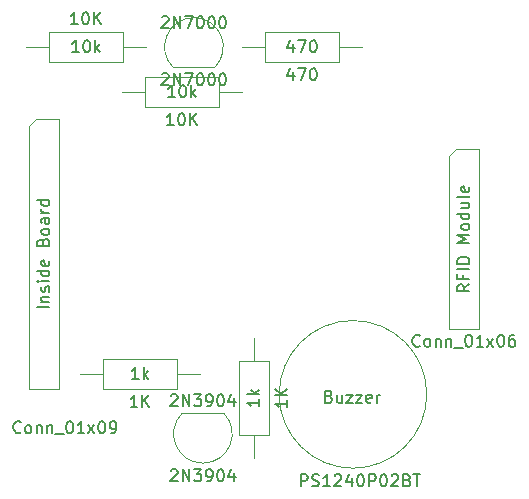
<source format=gbr>
G04 #@! TF.GenerationSoftware,KiCad,Pcbnew,5.1.6-c6e7f7d~87~ubuntu20.04.1*
G04 #@! TF.CreationDate,2020-07-24T16:02:03-06:00*
G04 #@! TF.ProjectId,heimdall_outsideboard,6865696d-6461-46c6-9c5f-6f7574736964,0.3*
G04 #@! TF.SameCoordinates,Original*
G04 #@! TF.FileFunction,Other,Fab,Top*
%FSLAX46Y46*%
G04 Gerber Fmt 4.6, Leading zero omitted, Abs format (unit mm)*
G04 Created by KiCad (PCBNEW 5.1.6-c6e7f7d~87~ubuntu20.04.1) date 2020-07-24 16:02:03*
%MOMM*%
%LPD*%
G01*
G04 APERTURE LIST*
%ADD10C,0.100000*%
%ADD11C,0.150000*%
G04 APERTURE END LIST*
D10*
G04 #@! TO.C,Inside Board*
X52832000Y-86233000D02*
X53467000Y-85598000D01*
X52832000Y-108458000D02*
X52832000Y-86233000D01*
X55372000Y-108458000D02*
X52832000Y-108458000D01*
X55372000Y-85598000D02*
X55372000Y-108458000D01*
X53467000Y-85598000D02*
X55372000Y-85598000D01*
G04 #@! TO.C,Buzzer*
X86514000Y-108926000D02*
G75*
G03*
X86514000Y-108926000I-6250000J0D01*
G01*
G04 #@! TO.C,RFID Module*
X88392000Y-88773000D02*
X89027000Y-88138000D01*
X88392000Y-103378000D02*
X88392000Y-88773000D01*
X90932000Y-103378000D02*
X88392000Y-103378000D01*
X90932000Y-88138000D02*
X90932000Y-103378000D01*
X89027000Y-88138000D02*
X90932000Y-88138000D01*
G04 #@! TO.C,2N3904*
X69334000Y-110518000D02*
X65834000Y-110518000D01*
X69317625Y-110514375D02*
G75*
G02*
X67564000Y-114748000I-1753625J-1753625D01*
G01*
X65810375Y-110514375D02*
G75*
G03*
X67564000Y-114748000I1753625J-1753625D01*
G01*
G04 #@! TO.C,2N7000*
X65032000Y-81252000D02*
X68532000Y-81252000D01*
X68555625Y-81255625D02*
G75*
G03*
X66802000Y-77022000I-1753625J1753625D01*
G01*
X65048375Y-81255625D02*
G75*
G02*
X66802000Y-77022000I1753625J1753625D01*
G01*
G04 #@! TO.C,10k*
X60808000Y-80752000D02*
X60808000Y-78252000D01*
X60808000Y-78252000D02*
X54508000Y-78252000D01*
X54508000Y-78252000D02*
X54508000Y-80752000D01*
X54508000Y-80752000D02*
X60808000Y-80752000D01*
X62738000Y-79502000D02*
X60808000Y-79502000D01*
X52578000Y-79502000D02*
X54508000Y-79502000D01*
G04 #@! TO.C,1k*
X67310000Y-107188000D02*
X65380000Y-107188000D01*
X57150000Y-107188000D02*
X59080000Y-107188000D01*
X65380000Y-105938000D02*
X59080000Y-105938000D01*
X65380000Y-108438000D02*
X65380000Y-105938000D01*
X59080000Y-108438000D02*
X65380000Y-108438000D01*
X59080000Y-105938000D02*
X59080000Y-108438000D01*
X71882000Y-104140000D02*
X71882000Y-106070000D01*
X71882000Y-114300000D02*
X71882000Y-112370000D01*
X70632000Y-106070000D02*
X70632000Y-112370000D01*
X73132000Y-106070000D02*
X70632000Y-106070000D01*
X73132000Y-112370000D02*
X73132000Y-106070000D01*
X70632000Y-112370000D02*
X73132000Y-112370000D01*
G04 #@! TO.C,10k*
X62636000Y-82062000D02*
X62636000Y-84562000D01*
X62636000Y-84562000D02*
X68936000Y-84562000D01*
X68936000Y-84562000D02*
X68936000Y-82062000D01*
X68936000Y-82062000D02*
X62636000Y-82062000D01*
X60706000Y-83312000D02*
X62636000Y-83312000D01*
X70866000Y-83312000D02*
X68936000Y-83312000D01*
G04 #@! TO.C,470*
X81026000Y-79502000D02*
X79096000Y-79502000D01*
X70866000Y-79502000D02*
X72796000Y-79502000D01*
X79096000Y-78252000D02*
X72796000Y-78252000D01*
X79096000Y-80752000D02*
X79096000Y-78252000D01*
X72796000Y-80752000D02*
X79096000Y-80752000D01*
X72796000Y-78252000D02*
X72796000Y-80752000D01*
G04 #@! TD*
G04 #@! TO.C,Inside Board*
D11*
X52141904Y-112117142D02*
X52094285Y-112164761D01*
X51951428Y-112212380D01*
X51856190Y-112212380D01*
X51713333Y-112164761D01*
X51618095Y-112069523D01*
X51570476Y-111974285D01*
X51522857Y-111783809D01*
X51522857Y-111640952D01*
X51570476Y-111450476D01*
X51618095Y-111355238D01*
X51713333Y-111260000D01*
X51856190Y-111212380D01*
X51951428Y-111212380D01*
X52094285Y-111260000D01*
X52141904Y-111307619D01*
X52713333Y-112212380D02*
X52618095Y-112164761D01*
X52570476Y-112117142D01*
X52522857Y-112021904D01*
X52522857Y-111736190D01*
X52570476Y-111640952D01*
X52618095Y-111593333D01*
X52713333Y-111545714D01*
X52856190Y-111545714D01*
X52951428Y-111593333D01*
X52999047Y-111640952D01*
X53046666Y-111736190D01*
X53046666Y-112021904D01*
X52999047Y-112117142D01*
X52951428Y-112164761D01*
X52856190Y-112212380D01*
X52713333Y-112212380D01*
X53475238Y-111545714D02*
X53475238Y-112212380D01*
X53475238Y-111640952D02*
X53522857Y-111593333D01*
X53618095Y-111545714D01*
X53760952Y-111545714D01*
X53856190Y-111593333D01*
X53903809Y-111688571D01*
X53903809Y-112212380D01*
X54380000Y-111545714D02*
X54380000Y-112212380D01*
X54380000Y-111640952D02*
X54427619Y-111593333D01*
X54522857Y-111545714D01*
X54665714Y-111545714D01*
X54760952Y-111593333D01*
X54808571Y-111688571D01*
X54808571Y-112212380D01*
X55046666Y-112307619D02*
X55808571Y-112307619D01*
X56237142Y-111212380D02*
X56332380Y-111212380D01*
X56427619Y-111260000D01*
X56475238Y-111307619D01*
X56522857Y-111402857D01*
X56570476Y-111593333D01*
X56570476Y-111831428D01*
X56522857Y-112021904D01*
X56475238Y-112117142D01*
X56427619Y-112164761D01*
X56332380Y-112212380D01*
X56237142Y-112212380D01*
X56141904Y-112164761D01*
X56094285Y-112117142D01*
X56046666Y-112021904D01*
X55999047Y-111831428D01*
X55999047Y-111593333D01*
X56046666Y-111402857D01*
X56094285Y-111307619D01*
X56141904Y-111260000D01*
X56237142Y-111212380D01*
X57522857Y-112212380D02*
X56951428Y-112212380D01*
X57237142Y-112212380D02*
X57237142Y-111212380D01*
X57141904Y-111355238D01*
X57046666Y-111450476D01*
X56951428Y-111498095D01*
X57856190Y-112212380D02*
X58380000Y-111545714D01*
X57856190Y-111545714D02*
X58380000Y-112212380D01*
X58951428Y-111212380D02*
X59046666Y-111212380D01*
X59141904Y-111260000D01*
X59189523Y-111307619D01*
X59237142Y-111402857D01*
X59284761Y-111593333D01*
X59284761Y-111831428D01*
X59237142Y-112021904D01*
X59189523Y-112117142D01*
X59141904Y-112164761D01*
X59046666Y-112212380D01*
X58951428Y-112212380D01*
X58856190Y-112164761D01*
X58808571Y-112117142D01*
X58760952Y-112021904D01*
X58713333Y-111831428D01*
X58713333Y-111593333D01*
X58760952Y-111402857D01*
X58808571Y-111307619D01*
X58856190Y-111260000D01*
X58951428Y-111212380D01*
X59760952Y-112212380D02*
X59951428Y-112212380D01*
X60046666Y-112164761D01*
X60094285Y-112117142D01*
X60189523Y-111974285D01*
X60237142Y-111783809D01*
X60237142Y-111402857D01*
X60189523Y-111307619D01*
X60141904Y-111260000D01*
X60046666Y-111212380D01*
X59856190Y-111212380D01*
X59760952Y-111260000D01*
X59713333Y-111307619D01*
X59665714Y-111402857D01*
X59665714Y-111640952D01*
X59713333Y-111736190D01*
X59760952Y-111783809D01*
X59856190Y-111831428D01*
X60046666Y-111831428D01*
X60141904Y-111783809D01*
X60189523Y-111736190D01*
X60237142Y-111640952D01*
X54554380Y-101551809D02*
X53554380Y-101551809D01*
X53887714Y-101075619D02*
X54554380Y-101075619D01*
X53982952Y-101075619D02*
X53935333Y-101028000D01*
X53887714Y-100932761D01*
X53887714Y-100789904D01*
X53935333Y-100694666D01*
X54030571Y-100647047D01*
X54554380Y-100647047D01*
X54506761Y-100218476D02*
X54554380Y-100123238D01*
X54554380Y-99932761D01*
X54506761Y-99837523D01*
X54411523Y-99789904D01*
X54363904Y-99789904D01*
X54268666Y-99837523D01*
X54221047Y-99932761D01*
X54221047Y-100075619D01*
X54173428Y-100170857D01*
X54078190Y-100218476D01*
X54030571Y-100218476D01*
X53935333Y-100170857D01*
X53887714Y-100075619D01*
X53887714Y-99932761D01*
X53935333Y-99837523D01*
X54554380Y-99361333D02*
X53887714Y-99361333D01*
X53554380Y-99361333D02*
X53602000Y-99408952D01*
X53649619Y-99361333D01*
X53602000Y-99313714D01*
X53554380Y-99361333D01*
X53649619Y-99361333D01*
X54554380Y-98456571D02*
X53554380Y-98456571D01*
X54506761Y-98456571D02*
X54554380Y-98551809D01*
X54554380Y-98742285D01*
X54506761Y-98837523D01*
X54459142Y-98885142D01*
X54363904Y-98932761D01*
X54078190Y-98932761D01*
X53982952Y-98885142D01*
X53935333Y-98837523D01*
X53887714Y-98742285D01*
X53887714Y-98551809D01*
X53935333Y-98456571D01*
X54506761Y-97599428D02*
X54554380Y-97694666D01*
X54554380Y-97885142D01*
X54506761Y-97980380D01*
X54411523Y-98028000D01*
X54030571Y-98028000D01*
X53935333Y-97980380D01*
X53887714Y-97885142D01*
X53887714Y-97694666D01*
X53935333Y-97599428D01*
X54030571Y-97551809D01*
X54125809Y-97551809D01*
X54221047Y-98028000D01*
X54030571Y-96028000D02*
X54078190Y-95885142D01*
X54125809Y-95837523D01*
X54221047Y-95789904D01*
X54363904Y-95789904D01*
X54459142Y-95837523D01*
X54506761Y-95885142D01*
X54554380Y-95980380D01*
X54554380Y-96361333D01*
X53554380Y-96361333D01*
X53554380Y-96028000D01*
X53602000Y-95932761D01*
X53649619Y-95885142D01*
X53744857Y-95837523D01*
X53840095Y-95837523D01*
X53935333Y-95885142D01*
X53982952Y-95932761D01*
X54030571Y-96028000D01*
X54030571Y-96361333D01*
X54554380Y-95218476D02*
X54506761Y-95313714D01*
X54459142Y-95361333D01*
X54363904Y-95408952D01*
X54078190Y-95408952D01*
X53982952Y-95361333D01*
X53935333Y-95313714D01*
X53887714Y-95218476D01*
X53887714Y-95075619D01*
X53935333Y-94980380D01*
X53982952Y-94932761D01*
X54078190Y-94885142D01*
X54363904Y-94885142D01*
X54459142Y-94932761D01*
X54506761Y-94980380D01*
X54554380Y-95075619D01*
X54554380Y-95218476D01*
X54554380Y-94028000D02*
X54030571Y-94028000D01*
X53935333Y-94075619D01*
X53887714Y-94170857D01*
X53887714Y-94361333D01*
X53935333Y-94456571D01*
X54506761Y-94028000D02*
X54554380Y-94123238D01*
X54554380Y-94361333D01*
X54506761Y-94456571D01*
X54411523Y-94504190D01*
X54316285Y-94504190D01*
X54221047Y-94456571D01*
X54173428Y-94361333D01*
X54173428Y-94123238D01*
X54125809Y-94028000D01*
X54554380Y-93551809D02*
X53887714Y-93551809D01*
X54078190Y-93551809D02*
X53982952Y-93504190D01*
X53935333Y-93456571D01*
X53887714Y-93361333D01*
X53887714Y-93266095D01*
X54554380Y-92504190D02*
X53554380Y-92504190D01*
X54506761Y-92504190D02*
X54554380Y-92599428D01*
X54554380Y-92789904D01*
X54506761Y-92885142D01*
X54459142Y-92932761D01*
X54363904Y-92980380D01*
X54078190Y-92980380D01*
X53982952Y-92932761D01*
X53935333Y-92885142D01*
X53887714Y-92789904D01*
X53887714Y-92599428D01*
X53935333Y-92504190D01*
G04 #@! TO.C,Buzzer*
X75862809Y-116703380D02*
X75862809Y-115703380D01*
X76243761Y-115703380D01*
X76339000Y-115751000D01*
X76386619Y-115798619D01*
X76434238Y-115893857D01*
X76434238Y-116036714D01*
X76386619Y-116131952D01*
X76339000Y-116179571D01*
X76243761Y-116227190D01*
X75862809Y-116227190D01*
X76815190Y-116655761D02*
X76958047Y-116703380D01*
X77196142Y-116703380D01*
X77291380Y-116655761D01*
X77339000Y-116608142D01*
X77386619Y-116512904D01*
X77386619Y-116417666D01*
X77339000Y-116322428D01*
X77291380Y-116274809D01*
X77196142Y-116227190D01*
X77005666Y-116179571D01*
X76910428Y-116131952D01*
X76862809Y-116084333D01*
X76815190Y-115989095D01*
X76815190Y-115893857D01*
X76862809Y-115798619D01*
X76910428Y-115751000D01*
X77005666Y-115703380D01*
X77243761Y-115703380D01*
X77386619Y-115751000D01*
X78339000Y-116703380D02*
X77767571Y-116703380D01*
X78053285Y-116703380D02*
X78053285Y-115703380D01*
X77958047Y-115846238D01*
X77862809Y-115941476D01*
X77767571Y-115989095D01*
X78719952Y-115798619D02*
X78767571Y-115751000D01*
X78862809Y-115703380D01*
X79100904Y-115703380D01*
X79196142Y-115751000D01*
X79243761Y-115798619D01*
X79291380Y-115893857D01*
X79291380Y-115989095D01*
X79243761Y-116131952D01*
X78672333Y-116703380D01*
X79291380Y-116703380D01*
X80148523Y-116036714D02*
X80148523Y-116703380D01*
X79910428Y-115655761D02*
X79672333Y-116370047D01*
X80291380Y-116370047D01*
X80862809Y-115703380D02*
X80958047Y-115703380D01*
X81053285Y-115751000D01*
X81100904Y-115798619D01*
X81148523Y-115893857D01*
X81196142Y-116084333D01*
X81196142Y-116322428D01*
X81148523Y-116512904D01*
X81100904Y-116608142D01*
X81053285Y-116655761D01*
X80958047Y-116703380D01*
X80862809Y-116703380D01*
X80767571Y-116655761D01*
X80719952Y-116608142D01*
X80672333Y-116512904D01*
X80624714Y-116322428D01*
X80624714Y-116084333D01*
X80672333Y-115893857D01*
X80719952Y-115798619D01*
X80767571Y-115751000D01*
X80862809Y-115703380D01*
X81624714Y-116703380D02*
X81624714Y-115703380D01*
X82005666Y-115703380D01*
X82100904Y-115751000D01*
X82148523Y-115798619D01*
X82196142Y-115893857D01*
X82196142Y-116036714D01*
X82148523Y-116131952D01*
X82100904Y-116179571D01*
X82005666Y-116227190D01*
X81624714Y-116227190D01*
X82815190Y-115703380D02*
X82910428Y-115703380D01*
X83005666Y-115751000D01*
X83053285Y-115798619D01*
X83100904Y-115893857D01*
X83148523Y-116084333D01*
X83148523Y-116322428D01*
X83100904Y-116512904D01*
X83053285Y-116608142D01*
X83005666Y-116655761D01*
X82910428Y-116703380D01*
X82815190Y-116703380D01*
X82719952Y-116655761D01*
X82672333Y-116608142D01*
X82624714Y-116512904D01*
X82577095Y-116322428D01*
X82577095Y-116084333D01*
X82624714Y-115893857D01*
X82672333Y-115798619D01*
X82719952Y-115751000D01*
X82815190Y-115703380D01*
X83529476Y-115798619D02*
X83577095Y-115751000D01*
X83672333Y-115703380D01*
X83910428Y-115703380D01*
X84005666Y-115751000D01*
X84053285Y-115798619D01*
X84100904Y-115893857D01*
X84100904Y-115989095D01*
X84053285Y-116131952D01*
X83481857Y-116703380D01*
X84100904Y-116703380D01*
X84862809Y-116179571D02*
X85005666Y-116227190D01*
X85053285Y-116274809D01*
X85100904Y-116370047D01*
X85100904Y-116512904D01*
X85053285Y-116608142D01*
X85005666Y-116655761D01*
X84910428Y-116703380D01*
X84529476Y-116703380D01*
X84529476Y-115703380D01*
X84862809Y-115703380D01*
X84958047Y-115751000D01*
X85005666Y-115798619D01*
X85053285Y-115893857D01*
X85053285Y-115989095D01*
X85005666Y-116084333D01*
X84958047Y-116131952D01*
X84862809Y-116179571D01*
X84529476Y-116179571D01*
X85386619Y-115703380D02*
X85958047Y-115703380D01*
X85672333Y-116703380D02*
X85672333Y-115703380D01*
X78235428Y-109104571D02*
X78378285Y-109152190D01*
X78425904Y-109199809D01*
X78473523Y-109295047D01*
X78473523Y-109437904D01*
X78425904Y-109533142D01*
X78378285Y-109580761D01*
X78283047Y-109628380D01*
X77902095Y-109628380D01*
X77902095Y-108628380D01*
X78235428Y-108628380D01*
X78330666Y-108676000D01*
X78378285Y-108723619D01*
X78425904Y-108818857D01*
X78425904Y-108914095D01*
X78378285Y-109009333D01*
X78330666Y-109056952D01*
X78235428Y-109104571D01*
X77902095Y-109104571D01*
X79330666Y-108961714D02*
X79330666Y-109628380D01*
X78902095Y-108961714D02*
X78902095Y-109485523D01*
X78949714Y-109580761D01*
X79044952Y-109628380D01*
X79187809Y-109628380D01*
X79283047Y-109580761D01*
X79330666Y-109533142D01*
X79711619Y-108961714D02*
X80235428Y-108961714D01*
X79711619Y-109628380D01*
X80235428Y-109628380D01*
X80521142Y-108961714D02*
X81044952Y-108961714D01*
X80521142Y-109628380D01*
X81044952Y-109628380D01*
X81806857Y-109580761D02*
X81711619Y-109628380D01*
X81521142Y-109628380D01*
X81425904Y-109580761D01*
X81378285Y-109485523D01*
X81378285Y-109104571D01*
X81425904Y-109009333D01*
X81521142Y-108961714D01*
X81711619Y-108961714D01*
X81806857Y-109009333D01*
X81854476Y-109104571D01*
X81854476Y-109199809D01*
X81378285Y-109295047D01*
X82283047Y-109628380D02*
X82283047Y-108961714D01*
X82283047Y-109152190D02*
X82330666Y-109056952D01*
X82378285Y-109009333D01*
X82473523Y-108961714D01*
X82568761Y-108961714D01*
G04 #@! TO.C,RFID Module*
X85923904Y-104795142D02*
X85876285Y-104842761D01*
X85733428Y-104890380D01*
X85638190Y-104890380D01*
X85495333Y-104842761D01*
X85400095Y-104747523D01*
X85352476Y-104652285D01*
X85304857Y-104461809D01*
X85304857Y-104318952D01*
X85352476Y-104128476D01*
X85400095Y-104033238D01*
X85495333Y-103938000D01*
X85638190Y-103890380D01*
X85733428Y-103890380D01*
X85876285Y-103938000D01*
X85923904Y-103985619D01*
X86495333Y-104890380D02*
X86400095Y-104842761D01*
X86352476Y-104795142D01*
X86304857Y-104699904D01*
X86304857Y-104414190D01*
X86352476Y-104318952D01*
X86400095Y-104271333D01*
X86495333Y-104223714D01*
X86638190Y-104223714D01*
X86733428Y-104271333D01*
X86781047Y-104318952D01*
X86828666Y-104414190D01*
X86828666Y-104699904D01*
X86781047Y-104795142D01*
X86733428Y-104842761D01*
X86638190Y-104890380D01*
X86495333Y-104890380D01*
X87257238Y-104223714D02*
X87257238Y-104890380D01*
X87257238Y-104318952D02*
X87304857Y-104271333D01*
X87400095Y-104223714D01*
X87542952Y-104223714D01*
X87638190Y-104271333D01*
X87685809Y-104366571D01*
X87685809Y-104890380D01*
X88162000Y-104223714D02*
X88162000Y-104890380D01*
X88162000Y-104318952D02*
X88209619Y-104271333D01*
X88304857Y-104223714D01*
X88447714Y-104223714D01*
X88542952Y-104271333D01*
X88590571Y-104366571D01*
X88590571Y-104890380D01*
X88828666Y-104985619D02*
X89590571Y-104985619D01*
X90019142Y-103890380D02*
X90114380Y-103890380D01*
X90209619Y-103938000D01*
X90257238Y-103985619D01*
X90304857Y-104080857D01*
X90352476Y-104271333D01*
X90352476Y-104509428D01*
X90304857Y-104699904D01*
X90257238Y-104795142D01*
X90209619Y-104842761D01*
X90114380Y-104890380D01*
X90019142Y-104890380D01*
X89923904Y-104842761D01*
X89876285Y-104795142D01*
X89828666Y-104699904D01*
X89781047Y-104509428D01*
X89781047Y-104271333D01*
X89828666Y-104080857D01*
X89876285Y-103985619D01*
X89923904Y-103938000D01*
X90019142Y-103890380D01*
X91304857Y-104890380D02*
X90733428Y-104890380D01*
X91019142Y-104890380D02*
X91019142Y-103890380D01*
X90923904Y-104033238D01*
X90828666Y-104128476D01*
X90733428Y-104176095D01*
X91638190Y-104890380D02*
X92162000Y-104223714D01*
X91638190Y-104223714D02*
X92162000Y-104890380D01*
X92733428Y-103890380D02*
X92828666Y-103890380D01*
X92923904Y-103938000D01*
X92971523Y-103985619D01*
X93019142Y-104080857D01*
X93066761Y-104271333D01*
X93066761Y-104509428D01*
X93019142Y-104699904D01*
X92971523Y-104795142D01*
X92923904Y-104842761D01*
X92828666Y-104890380D01*
X92733428Y-104890380D01*
X92638190Y-104842761D01*
X92590571Y-104795142D01*
X92542952Y-104699904D01*
X92495333Y-104509428D01*
X92495333Y-104271333D01*
X92542952Y-104080857D01*
X92590571Y-103985619D01*
X92638190Y-103938000D01*
X92733428Y-103890380D01*
X93923904Y-103890380D02*
X93733428Y-103890380D01*
X93638190Y-103938000D01*
X93590571Y-103985619D01*
X93495333Y-104128476D01*
X93447714Y-104318952D01*
X93447714Y-104699904D01*
X93495333Y-104795142D01*
X93542952Y-104842761D01*
X93638190Y-104890380D01*
X93828666Y-104890380D01*
X93923904Y-104842761D01*
X93971523Y-104795142D01*
X94019142Y-104699904D01*
X94019142Y-104461809D01*
X93971523Y-104366571D01*
X93923904Y-104318952D01*
X93828666Y-104271333D01*
X93638190Y-104271333D01*
X93542952Y-104318952D01*
X93495333Y-104366571D01*
X93447714Y-104461809D01*
X90114380Y-99615142D02*
X89638190Y-99948476D01*
X90114380Y-100186571D02*
X89114380Y-100186571D01*
X89114380Y-99805619D01*
X89162000Y-99710380D01*
X89209619Y-99662761D01*
X89304857Y-99615142D01*
X89447714Y-99615142D01*
X89542952Y-99662761D01*
X89590571Y-99710380D01*
X89638190Y-99805619D01*
X89638190Y-100186571D01*
X89590571Y-98853238D02*
X89590571Y-99186571D01*
X90114380Y-99186571D02*
X89114380Y-99186571D01*
X89114380Y-98710380D01*
X90114380Y-98329428D02*
X89114380Y-98329428D01*
X90114380Y-97853238D02*
X89114380Y-97853238D01*
X89114380Y-97615142D01*
X89162000Y-97472285D01*
X89257238Y-97377047D01*
X89352476Y-97329428D01*
X89542952Y-97281809D01*
X89685809Y-97281809D01*
X89876285Y-97329428D01*
X89971523Y-97377047D01*
X90066761Y-97472285D01*
X90114380Y-97615142D01*
X90114380Y-97853238D01*
X90114380Y-96091333D02*
X89114380Y-96091333D01*
X89828666Y-95758000D01*
X89114380Y-95424666D01*
X90114380Y-95424666D01*
X90114380Y-94805619D02*
X90066761Y-94900857D01*
X90019142Y-94948476D01*
X89923904Y-94996095D01*
X89638190Y-94996095D01*
X89542952Y-94948476D01*
X89495333Y-94900857D01*
X89447714Y-94805619D01*
X89447714Y-94662761D01*
X89495333Y-94567523D01*
X89542952Y-94519904D01*
X89638190Y-94472285D01*
X89923904Y-94472285D01*
X90019142Y-94519904D01*
X90066761Y-94567523D01*
X90114380Y-94662761D01*
X90114380Y-94805619D01*
X90114380Y-93615142D02*
X89114380Y-93615142D01*
X90066761Y-93615142D02*
X90114380Y-93710380D01*
X90114380Y-93900857D01*
X90066761Y-93996095D01*
X90019142Y-94043714D01*
X89923904Y-94091333D01*
X89638190Y-94091333D01*
X89542952Y-94043714D01*
X89495333Y-93996095D01*
X89447714Y-93900857D01*
X89447714Y-93710380D01*
X89495333Y-93615142D01*
X89447714Y-92710380D02*
X90114380Y-92710380D01*
X89447714Y-93138952D02*
X89971523Y-93138952D01*
X90066761Y-93091333D01*
X90114380Y-92996095D01*
X90114380Y-92853238D01*
X90066761Y-92758000D01*
X90019142Y-92710380D01*
X90114380Y-92091333D02*
X90066761Y-92186571D01*
X89971523Y-92234190D01*
X89114380Y-92234190D01*
X90066761Y-91329428D02*
X90114380Y-91424666D01*
X90114380Y-91615142D01*
X90066761Y-91710380D01*
X89971523Y-91758000D01*
X89590571Y-91758000D01*
X89495333Y-91710380D01*
X89447714Y-91615142D01*
X89447714Y-91424666D01*
X89495333Y-91329428D01*
X89590571Y-91281809D01*
X89685809Y-91281809D01*
X89781047Y-91758000D01*
G04 #@! TO.C,2N3904*
X64849714Y-109025619D02*
X64897333Y-108978000D01*
X64992571Y-108930380D01*
X65230666Y-108930380D01*
X65325904Y-108978000D01*
X65373523Y-109025619D01*
X65421142Y-109120857D01*
X65421142Y-109216095D01*
X65373523Y-109358952D01*
X64802095Y-109930380D01*
X65421142Y-109930380D01*
X65849714Y-109930380D02*
X65849714Y-108930380D01*
X66421142Y-109930380D01*
X66421142Y-108930380D01*
X66802095Y-108930380D02*
X67421142Y-108930380D01*
X67087809Y-109311333D01*
X67230666Y-109311333D01*
X67325904Y-109358952D01*
X67373523Y-109406571D01*
X67421142Y-109501809D01*
X67421142Y-109739904D01*
X67373523Y-109835142D01*
X67325904Y-109882761D01*
X67230666Y-109930380D01*
X66944952Y-109930380D01*
X66849714Y-109882761D01*
X66802095Y-109835142D01*
X67897333Y-109930380D02*
X68087809Y-109930380D01*
X68183047Y-109882761D01*
X68230666Y-109835142D01*
X68325904Y-109692285D01*
X68373523Y-109501809D01*
X68373523Y-109120857D01*
X68325904Y-109025619D01*
X68278285Y-108978000D01*
X68183047Y-108930380D01*
X67992571Y-108930380D01*
X67897333Y-108978000D01*
X67849714Y-109025619D01*
X67802095Y-109120857D01*
X67802095Y-109358952D01*
X67849714Y-109454190D01*
X67897333Y-109501809D01*
X67992571Y-109549428D01*
X68183047Y-109549428D01*
X68278285Y-109501809D01*
X68325904Y-109454190D01*
X68373523Y-109358952D01*
X68992571Y-108930380D02*
X69087809Y-108930380D01*
X69183047Y-108978000D01*
X69230666Y-109025619D01*
X69278285Y-109120857D01*
X69325904Y-109311333D01*
X69325904Y-109549428D01*
X69278285Y-109739904D01*
X69230666Y-109835142D01*
X69183047Y-109882761D01*
X69087809Y-109930380D01*
X68992571Y-109930380D01*
X68897333Y-109882761D01*
X68849714Y-109835142D01*
X68802095Y-109739904D01*
X68754476Y-109549428D01*
X68754476Y-109311333D01*
X68802095Y-109120857D01*
X68849714Y-109025619D01*
X68897333Y-108978000D01*
X68992571Y-108930380D01*
X70183047Y-109263714D02*
X70183047Y-109930380D01*
X69944952Y-108882761D02*
X69706857Y-109597047D01*
X70325904Y-109597047D01*
X64849714Y-115375619D02*
X64897333Y-115328000D01*
X64992571Y-115280380D01*
X65230666Y-115280380D01*
X65325904Y-115328000D01*
X65373523Y-115375619D01*
X65421142Y-115470857D01*
X65421142Y-115566095D01*
X65373523Y-115708952D01*
X64802095Y-116280380D01*
X65421142Y-116280380D01*
X65849714Y-116280380D02*
X65849714Y-115280380D01*
X66421142Y-116280380D01*
X66421142Y-115280380D01*
X66802095Y-115280380D02*
X67421142Y-115280380D01*
X67087809Y-115661333D01*
X67230666Y-115661333D01*
X67325904Y-115708952D01*
X67373523Y-115756571D01*
X67421142Y-115851809D01*
X67421142Y-116089904D01*
X67373523Y-116185142D01*
X67325904Y-116232761D01*
X67230666Y-116280380D01*
X66944952Y-116280380D01*
X66849714Y-116232761D01*
X66802095Y-116185142D01*
X67897333Y-116280380D02*
X68087809Y-116280380D01*
X68183047Y-116232761D01*
X68230666Y-116185142D01*
X68325904Y-116042285D01*
X68373523Y-115851809D01*
X68373523Y-115470857D01*
X68325904Y-115375619D01*
X68278285Y-115328000D01*
X68183047Y-115280380D01*
X67992571Y-115280380D01*
X67897333Y-115328000D01*
X67849714Y-115375619D01*
X67802095Y-115470857D01*
X67802095Y-115708952D01*
X67849714Y-115804190D01*
X67897333Y-115851809D01*
X67992571Y-115899428D01*
X68183047Y-115899428D01*
X68278285Y-115851809D01*
X68325904Y-115804190D01*
X68373523Y-115708952D01*
X68992571Y-115280380D02*
X69087809Y-115280380D01*
X69183047Y-115328000D01*
X69230666Y-115375619D01*
X69278285Y-115470857D01*
X69325904Y-115661333D01*
X69325904Y-115899428D01*
X69278285Y-116089904D01*
X69230666Y-116185142D01*
X69183047Y-116232761D01*
X69087809Y-116280380D01*
X68992571Y-116280380D01*
X68897333Y-116232761D01*
X68849714Y-116185142D01*
X68802095Y-116089904D01*
X68754476Y-115899428D01*
X68754476Y-115661333D01*
X68802095Y-115470857D01*
X68849714Y-115375619D01*
X68897333Y-115328000D01*
X68992571Y-115280380D01*
X70183047Y-115613714D02*
X70183047Y-116280380D01*
X69944952Y-115232761D02*
X69706857Y-115947047D01*
X70325904Y-115947047D01*
G04 #@! TO.C,2N7000*
X64087714Y-81839619D02*
X64135333Y-81792000D01*
X64230571Y-81744380D01*
X64468666Y-81744380D01*
X64563904Y-81792000D01*
X64611523Y-81839619D01*
X64659142Y-81934857D01*
X64659142Y-82030095D01*
X64611523Y-82172952D01*
X64040095Y-82744380D01*
X64659142Y-82744380D01*
X65087714Y-82744380D02*
X65087714Y-81744380D01*
X65659142Y-82744380D01*
X65659142Y-81744380D01*
X66040095Y-81744380D02*
X66706761Y-81744380D01*
X66278190Y-82744380D01*
X67278190Y-81744380D02*
X67373428Y-81744380D01*
X67468666Y-81792000D01*
X67516285Y-81839619D01*
X67563904Y-81934857D01*
X67611523Y-82125333D01*
X67611523Y-82363428D01*
X67563904Y-82553904D01*
X67516285Y-82649142D01*
X67468666Y-82696761D01*
X67373428Y-82744380D01*
X67278190Y-82744380D01*
X67182952Y-82696761D01*
X67135333Y-82649142D01*
X67087714Y-82553904D01*
X67040095Y-82363428D01*
X67040095Y-82125333D01*
X67087714Y-81934857D01*
X67135333Y-81839619D01*
X67182952Y-81792000D01*
X67278190Y-81744380D01*
X68230571Y-81744380D02*
X68325809Y-81744380D01*
X68421047Y-81792000D01*
X68468666Y-81839619D01*
X68516285Y-81934857D01*
X68563904Y-82125333D01*
X68563904Y-82363428D01*
X68516285Y-82553904D01*
X68468666Y-82649142D01*
X68421047Y-82696761D01*
X68325809Y-82744380D01*
X68230571Y-82744380D01*
X68135333Y-82696761D01*
X68087714Y-82649142D01*
X68040095Y-82553904D01*
X67992476Y-82363428D01*
X67992476Y-82125333D01*
X68040095Y-81934857D01*
X68087714Y-81839619D01*
X68135333Y-81792000D01*
X68230571Y-81744380D01*
X69182952Y-81744380D02*
X69278190Y-81744380D01*
X69373428Y-81792000D01*
X69421047Y-81839619D01*
X69468666Y-81934857D01*
X69516285Y-82125333D01*
X69516285Y-82363428D01*
X69468666Y-82553904D01*
X69421047Y-82649142D01*
X69373428Y-82696761D01*
X69278190Y-82744380D01*
X69182952Y-82744380D01*
X69087714Y-82696761D01*
X69040095Y-82649142D01*
X68992476Y-82553904D01*
X68944857Y-82363428D01*
X68944857Y-82125333D01*
X68992476Y-81934857D01*
X69040095Y-81839619D01*
X69087714Y-81792000D01*
X69182952Y-81744380D01*
X64087714Y-77017619D02*
X64135333Y-76970000D01*
X64230571Y-76922380D01*
X64468666Y-76922380D01*
X64563904Y-76970000D01*
X64611523Y-77017619D01*
X64659142Y-77112857D01*
X64659142Y-77208095D01*
X64611523Y-77350952D01*
X64040095Y-77922380D01*
X64659142Y-77922380D01*
X65087714Y-77922380D02*
X65087714Y-76922380D01*
X65659142Y-77922380D01*
X65659142Y-76922380D01*
X66040095Y-76922380D02*
X66706761Y-76922380D01*
X66278190Y-77922380D01*
X67278190Y-76922380D02*
X67373428Y-76922380D01*
X67468666Y-76970000D01*
X67516285Y-77017619D01*
X67563904Y-77112857D01*
X67611523Y-77303333D01*
X67611523Y-77541428D01*
X67563904Y-77731904D01*
X67516285Y-77827142D01*
X67468666Y-77874761D01*
X67373428Y-77922380D01*
X67278190Y-77922380D01*
X67182952Y-77874761D01*
X67135333Y-77827142D01*
X67087714Y-77731904D01*
X67040095Y-77541428D01*
X67040095Y-77303333D01*
X67087714Y-77112857D01*
X67135333Y-77017619D01*
X67182952Y-76970000D01*
X67278190Y-76922380D01*
X68230571Y-76922380D02*
X68325809Y-76922380D01*
X68421047Y-76970000D01*
X68468666Y-77017619D01*
X68516285Y-77112857D01*
X68563904Y-77303333D01*
X68563904Y-77541428D01*
X68516285Y-77731904D01*
X68468666Y-77827142D01*
X68421047Y-77874761D01*
X68325809Y-77922380D01*
X68230571Y-77922380D01*
X68135333Y-77874761D01*
X68087714Y-77827142D01*
X68040095Y-77731904D01*
X67992476Y-77541428D01*
X67992476Y-77303333D01*
X68040095Y-77112857D01*
X68087714Y-77017619D01*
X68135333Y-76970000D01*
X68230571Y-76922380D01*
X69182952Y-76922380D02*
X69278190Y-76922380D01*
X69373428Y-76970000D01*
X69421047Y-77017619D01*
X69468666Y-77112857D01*
X69516285Y-77303333D01*
X69516285Y-77541428D01*
X69468666Y-77731904D01*
X69421047Y-77827142D01*
X69373428Y-77874761D01*
X69278190Y-77922380D01*
X69182952Y-77922380D01*
X69087714Y-77874761D01*
X69040095Y-77827142D01*
X68992476Y-77731904D01*
X68944857Y-77541428D01*
X68944857Y-77303333D01*
X68992476Y-77112857D01*
X69040095Y-77017619D01*
X69087714Y-76970000D01*
X69182952Y-76922380D01*
G04 #@! TO.C,10k*
X56967523Y-77584380D02*
X56396095Y-77584380D01*
X56681809Y-77584380D02*
X56681809Y-76584380D01*
X56586571Y-76727238D01*
X56491333Y-76822476D01*
X56396095Y-76870095D01*
X57586571Y-76584380D02*
X57681809Y-76584380D01*
X57777047Y-76632000D01*
X57824666Y-76679619D01*
X57872285Y-76774857D01*
X57919904Y-76965333D01*
X57919904Y-77203428D01*
X57872285Y-77393904D01*
X57824666Y-77489142D01*
X57777047Y-77536761D01*
X57681809Y-77584380D01*
X57586571Y-77584380D01*
X57491333Y-77536761D01*
X57443714Y-77489142D01*
X57396095Y-77393904D01*
X57348476Y-77203428D01*
X57348476Y-76965333D01*
X57396095Y-76774857D01*
X57443714Y-76679619D01*
X57491333Y-76632000D01*
X57586571Y-76584380D01*
X58348476Y-77584380D02*
X58348476Y-76584380D01*
X58919904Y-77584380D02*
X58491333Y-77012952D01*
X58919904Y-76584380D02*
X58348476Y-77155809D01*
X57062761Y-79954380D02*
X56491333Y-79954380D01*
X56777047Y-79954380D02*
X56777047Y-78954380D01*
X56681809Y-79097238D01*
X56586571Y-79192476D01*
X56491333Y-79240095D01*
X57681809Y-78954380D02*
X57777047Y-78954380D01*
X57872285Y-79002000D01*
X57919904Y-79049619D01*
X57967523Y-79144857D01*
X58015142Y-79335333D01*
X58015142Y-79573428D01*
X57967523Y-79763904D01*
X57919904Y-79859142D01*
X57872285Y-79906761D01*
X57777047Y-79954380D01*
X57681809Y-79954380D01*
X57586571Y-79906761D01*
X57538952Y-79859142D01*
X57491333Y-79763904D01*
X57443714Y-79573428D01*
X57443714Y-79335333D01*
X57491333Y-79144857D01*
X57538952Y-79049619D01*
X57586571Y-79002000D01*
X57681809Y-78954380D01*
X58443714Y-79954380D02*
X58443714Y-78954380D01*
X58538952Y-79573428D02*
X58824666Y-79954380D01*
X58824666Y-79287714D02*
X58443714Y-79668666D01*
G04 #@! TO.C,1k*
X62015714Y-110010380D02*
X61444285Y-110010380D01*
X61730000Y-110010380D02*
X61730000Y-109010380D01*
X61634761Y-109153238D01*
X61539523Y-109248476D01*
X61444285Y-109296095D01*
X62444285Y-110010380D02*
X62444285Y-109010380D01*
X63015714Y-110010380D02*
X62587142Y-109438952D01*
X63015714Y-109010380D02*
X62444285Y-109581809D01*
X62110952Y-107640380D02*
X61539523Y-107640380D01*
X61825238Y-107640380D02*
X61825238Y-106640380D01*
X61730000Y-106783238D01*
X61634761Y-106878476D01*
X61539523Y-106926095D01*
X62539523Y-107640380D02*
X62539523Y-106640380D01*
X62634761Y-107259428D02*
X62920476Y-107640380D01*
X62920476Y-106973714D02*
X62539523Y-107354666D01*
X74704380Y-109434285D02*
X74704380Y-110005714D01*
X74704380Y-109720000D02*
X73704380Y-109720000D01*
X73847238Y-109815238D01*
X73942476Y-109910476D01*
X73990095Y-110005714D01*
X74704380Y-109005714D02*
X73704380Y-109005714D01*
X74704380Y-108434285D02*
X74132952Y-108862857D01*
X73704380Y-108434285D02*
X74275809Y-109005714D01*
X72334380Y-109339047D02*
X72334380Y-109910476D01*
X72334380Y-109624761D02*
X71334380Y-109624761D01*
X71477238Y-109720000D01*
X71572476Y-109815238D01*
X71620095Y-109910476D01*
X72334380Y-108910476D02*
X71334380Y-108910476D01*
X71953428Y-108815238D02*
X72334380Y-108529523D01*
X71667714Y-108529523D02*
X72048666Y-108910476D01*
G04 #@! TO.C,10k*
X65095523Y-86134380D02*
X64524095Y-86134380D01*
X64809809Y-86134380D02*
X64809809Y-85134380D01*
X64714571Y-85277238D01*
X64619333Y-85372476D01*
X64524095Y-85420095D01*
X65714571Y-85134380D02*
X65809809Y-85134380D01*
X65905047Y-85182000D01*
X65952666Y-85229619D01*
X66000285Y-85324857D01*
X66047904Y-85515333D01*
X66047904Y-85753428D01*
X66000285Y-85943904D01*
X65952666Y-86039142D01*
X65905047Y-86086761D01*
X65809809Y-86134380D01*
X65714571Y-86134380D01*
X65619333Y-86086761D01*
X65571714Y-86039142D01*
X65524095Y-85943904D01*
X65476476Y-85753428D01*
X65476476Y-85515333D01*
X65524095Y-85324857D01*
X65571714Y-85229619D01*
X65619333Y-85182000D01*
X65714571Y-85134380D01*
X66476476Y-86134380D02*
X66476476Y-85134380D01*
X67047904Y-86134380D02*
X66619333Y-85562952D01*
X67047904Y-85134380D02*
X66476476Y-85705809D01*
X65190761Y-83764380D02*
X64619333Y-83764380D01*
X64905047Y-83764380D02*
X64905047Y-82764380D01*
X64809809Y-82907238D01*
X64714571Y-83002476D01*
X64619333Y-83050095D01*
X65809809Y-82764380D02*
X65905047Y-82764380D01*
X66000285Y-82812000D01*
X66047904Y-82859619D01*
X66095523Y-82954857D01*
X66143142Y-83145333D01*
X66143142Y-83383428D01*
X66095523Y-83573904D01*
X66047904Y-83669142D01*
X66000285Y-83716761D01*
X65905047Y-83764380D01*
X65809809Y-83764380D01*
X65714571Y-83716761D01*
X65666952Y-83669142D01*
X65619333Y-83573904D01*
X65571714Y-83383428D01*
X65571714Y-83145333D01*
X65619333Y-82954857D01*
X65666952Y-82859619D01*
X65714571Y-82812000D01*
X65809809Y-82764380D01*
X66571714Y-83764380D02*
X66571714Y-82764380D01*
X66666952Y-83383428D02*
X66952666Y-83764380D01*
X66952666Y-83097714D02*
X66571714Y-83478666D01*
G04 #@! TO.C,470*
X75184095Y-81657714D02*
X75184095Y-82324380D01*
X74946000Y-81276761D02*
X74707904Y-81991047D01*
X75326952Y-81991047D01*
X75612666Y-81324380D02*
X76279333Y-81324380D01*
X75850761Y-82324380D01*
X76850761Y-81324380D02*
X76946000Y-81324380D01*
X77041238Y-81372000D01*
X77088857Y-81419619D01*
X77136476Y-81514857D01*
X77184095Y-81705333D01*
X77184095Y-81943428D01*
X77136476Y-82133904D01*
X77088857Y-82229142D01*
X77041238Y-82276761D01*
X76946000Y-82324380D01*
X76850761Y-82324380D01*
X76755523Y-82276761D01*
X76707904Y-82229142D01*
X76660285Y-82133904D01*
X76612666Y-81943428D01*
X76612666Y-81705333D01*
X76660285Y-81514857D01*
X76707904Y-81419619D01*
X76755523Y-81372000D01*
X76850761Y-81324380D01*
X75184095Y-79287714D02*
X75184095Y-79954380D01*
X74946000Y-78906761D02*
X74707904Y-79621047D01*
X75326952Y-79621047D01*
X75612666Y-78954380D02*
X76279333Y-78954380D01*
X75850761Y-79954380D01*
X76850761Y-78954380D02*
X76946000Y-78954380D01*
X77041238Y-79002000D01*
X77088857Y-79049619D01*
X77136476Y-79144857D01*
X77184095Y-79335333D01*
X77184095Y-79573428D01*
X77136476Y-79763904D01*
X77088857Y-79859142D01*
X77041238Y-79906761D01*
X76946000Y-79954380D01*
X76850761Y-79954380D01*
X76755523Y-79906761D01*
X76707904Y-79859142D01*
X76660285Y-79763904D01*
X76612666Y-79573428D01*
X76612666Y-79335333D01*
X76660285Y-79144857D01*
X76707904Y-79049619D01*
X76755523Y-79002000D01*
X76850761Y-78954380D01*
G04 #@! TD*
M02*

</source>
